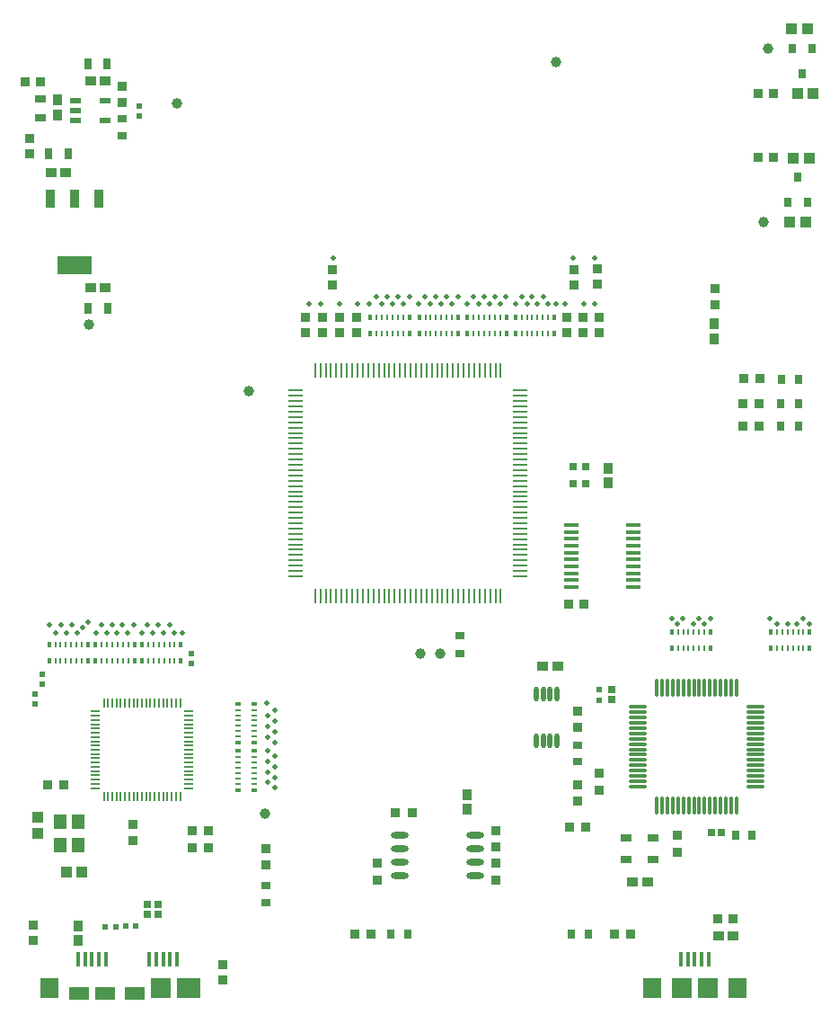
<source format=gtp>
G04*
G04 #@! TF.GenerationSoftware,Altium Limited,Altium Designer,20.1.7 (139)*
G04*
G04 Layer_Color=8421504*
%FSLAX25Y25*%
%MOIN*%
G70*
G04*
G04 #@! TF.SameCoordinates,F1024F09-50C5-4513-BE08-2A4FEE95A773*
G04*
G04*
G04 #@! TF.FilePolarity,Positive*
G04*
G01*
G75*
%ADD17R,0.03347X0.03543*%
%ADD18R,0.03150X0.03740*%
%ADD19C,0.01968*%
%ADD20R,0.01673X0.01968*%
%ADD21R,0.00984X0.01968*%
%ADD22R,0.03543X0.03740*%
%ADD23C,0.03937*%
%ADD24R,0.04724X0.05512*%
%ADD25R,0.03543X0.03150*%
%ADD26O,0.01772X0.05512*%
%ADD27R,0.03740X0.03543*%
%ADD28R,0.05807X0.01772*%
%ADD29R,0.01968X0.01673*%
%ADD30R,0.01968X0.00984*%
%ADD31R,0.02677X0.02677*%
%ADD32R,0.02677X0.02677*%
%ADD33R,0.02559X0.03740*%
%ADD34R,0.02284X0.02205*%
%ADD35R,0.04134X0.03937*%
%ADD36R,0.03937X0.04134*%
%ADD37O,0.00787X0.03740*%
%ADD38O,0.03740X0.00787*%
%ADD39O,0.06496X0.02362*%
%ADD40R,0.03740X0.03150*%
%ADD41R,0.03543X0.03347*%
%ADD42R,0.02165X0.02165*%
%ADD43R,0.02205X0.02284*%
%ADD44R,0.03740X0.04331*%
%ADD45O,0.00984X0.05512*%
%ADD46O,0.05512X0.00984*%
%ADD47R,0.01575X0.05315*%
%ADD48R,0.07087X0.07480*%
%ADD49R,0.07480X0.07480*%
%ADD50R,0.03937X0.02362*%
%ADD51R,0.03150X0.02756*%
%ADD52R,0.03937X0.03150*%
%ADD53R,0.04331X0.03740*%
%ADD54R,0.07480X0.04724*%
%ADD55R,0.09055X0.07480*%
%ADD56R,0.03740X0.03740*%
%ADD57O,0.07087X0.01181*%
%ADD58O,0.01181X0.07087*%
%ADD59R,0.03150X0.03543*%
%ADD60R,0.02953X0.03937*%
%ADD61R,0.12598X0.06890*%
%ADD62R,0.03543X0.06890*%
%ADD63R,0.03937X0.02953*%
D17*
X241252Y34595D02*
D03*
X247354D02*
D03*
X30972Y89784D02*
D03*
X37075D02*
D03*
X295236Y222921D02*
D03*
X289134D02*
D03*
X295236Y231102D02*
D03*
X289134D02*
D03*
X295449Y240354D02*
D03*
X289347D02*
D03*
X160213Y79362D02*
D03*
X166315D02*
D03*
X145027Y34595D02*
D03*
X151130D02*
D03*
X90878Y72638D02*
D03*
X84776D02*
D03*
X84787Y66445D02*
D03*
X90890D02*
D03*
D18*
X225370Y34595D02*
D03*
X231866D02*
D03*
X303118Y222862D02*
D03*
X309614D02*
D03*
X303118Y231102D02*
D03*
X309614D02*
D03*
X303331Y240248D02*
D03*
X309827D02*
D03*
X164827Y34595D02*
D03*
X158331D02*
D03*
D19*
X233933Y285083D02*
D03*
X219661Y268091D02*
D03*
X207035Y270776D02*
D03*
X210878D02*
D03*
X215142D02*
D03*
X189028D02*
D03*
X192965D02*
D03*
X197012D02*
D03*
X201213D02*
D03*
X171075D02*
D03*
X175012D02*
D03*
X179059D02*
D03*
X183260D02*
D03*
X153067D02*
D03*
X157004D02*
D03*
X161051D02*
D03*
X165252D02*
D03*
X216760Y268094D02*
D03*
X212803D02*
D03*
X208917D02*
D03*
X204594D02*
D03*
X198961D02*
D03*
X195000D02*
D03*
X190961D02*
D03*
X186594D02*
D03*
X181083D02*
D03*
X177122D02*
D03*
X173122D02*
D03*
X168720D02*
D03*
X162961D02*
D03*
X158961D02*
D03*
X155000D02*
D03*
X150571D02*
D03*
X223217D02*
D03*
X225917Y285083D02*
D03*
X234035Y268094D02*
D03*
X230039Y268079D02*
D03*
X145961Y268094D02*
D03*
X139449D02*
D03*
X136945Y285083D02*
D03*
X132405Y268094D02*
D03*
X128205D02*
D03*
X277020Y151311D02*
D03*
X274740Y149488D02*
D03*
X272799Y151311D02*
D03*
X270732Y149488D02*
D03*
X266850Y151311D02*
D03*
X264910Y149488D02*
D03*
X262673Y151311D02*
D03*
X313768Y149488D02*
D03*
X311535Y151311D02*
D03*
X309197Y149488D02*
D03*
X305685D02*
D03*
X301847D02*
D03*
X299051Y151311D02*
D03*
X48988Y146272D02*
D03*
X115362Y88784D02*
D03*
Y92524D02*
D03*
Y96622D02*
D03*
Y100543D02*
D03*
Y105366D02*
D03*
Y109358D02*
D03*
Y113571D02*
D03*
Y117453D02*
D03*
X112748Y90697D02*
D03*
Y94614D02*
D03*
Y98606D02*
D03*
Y102527D02*
D03*
Y107504D02*
D03*
Y111583D02*
D03*
Y115539D02*
D03*
X112437Y120153D02*
D03*
X31878Y149240D02*
D03*
X34051Y146272D02*
D03*
X36122Y149240D02*
D03*
X37972Y146272D02*
D03*
X39941Y149240D02*
D03*
X42016Y146071D02*
D03*
X43976Y148059D02*
D03*
X45980Y149969D02*
D03*
X51024Y149240D02*
D03*
X52979Y146272D02*
D03*
X54937Y149240D02*
D03*
X56897Y146272D02*
D03*
X58854Y149240D02*
D03*
X60791Y146272D02*
D03*
X63028Y149240D02*
D03*
X66144Y146272D02*
D03*
X68193Y149240D02*
D03*
X70205Y146272D02*
D03*
X72134Y149240D02*
D03*
X74138Y146272D02*
D03*
X76256Y149240D02*
D03*
X78035Y146272D02*
D03*
X81118D02*
D03*
D20*
X204659Y257201D02*
D03*
X219128D02*
D03*
Y263106D02*
D03*
X204659D02*
D03*
X186809Y257201D02*
D03*
X201278D02*
D03*
Y263106D02*
D03*
X186809D02*
D03*
X150782Y257201D02*
D03*
X165250D02*
D03*
Y263106D02*
D03*
X150782D02*
D03*
X168939Y257201D02*
D03*
X183407D02*
D03*
Y263106D02*
D03*
X168939D02*
D03*
X66087Y141844D02*
D03*
X80555D02*
D03*
Y135939D02*
D03*
X66087D02*
D03*
X48868Y135941D02*
D03*
X63337D02*
D03*
Y141847D02*
D03*
X48868D02*
D03*
X262636Y146453D02*
D03*
X277104D02*
D03*
Y140547D02*
D03*
X262636D02*
D03*
X31632Y135941D02*
D03*
X46100D02*
D03*
Y141847D02*
D03*
X31632D02*
D03*
X299408Y146382D02*
D03*
X313876D02*
D03*
Y140476D02*
D03*
X299408D02*
D03*
D21*
X206972Y257201D02*
D03*
X208941D02*
D03*
X210910D02*
D03*
X212878D02*
D03*
X214846D02*
D03*
X216815D02*
D03*
Y263106D02*
D03*
X214846D02*
D03*
X212878D02*
D03*
X210910D02*
D03*
X208941D02*
D03*
X206972D02*
D03*
X189122Y257201D02*
D03*
X191091D02*
D03*
X193059D02*
D03*
X195028D02*
D03*
X196996D02*
D03*
X198965D02*
D03*
Y263106D02*
D03*
X196996D02*
D03*
X195028D02*
D03*
X193059D02*
D03*
X191091D02*
D03*
X189122D02*
D03*
X153094Y257201D02*
D03*
X155063D02*
D03*
X157032D02*
D03*
X159000D02*
D03*
X160968D02*
D03*
X162937D02*
D03*
Y263106D02*
D03*
X160968D02*
D03*
X159000D02*
D03*
X157032D02*
D03*
X155063D02*
D03*
X153094D02*
D03*
X171252Y257201D02*
D03*
X173221D02*
D03*
X175189D02*
D03*
X177157D02*
D03*
X179126D02*
D03*
X181095D02*
D03*
Y263106D02*
D03*
X179126D02*
D03*
X177157D02*
D03*
X175189D02*
D03*
X173221D02*
D03*
X171252D02*
D03*
X68400Y141844D02*
D03*
X70368D02*
D03*
X72337D02*
D03*
X74305D02*
D03*
X76274D02*
D03*
X78242D02*
D03*
Y135939D02*
D03*
X76274D02*
D03*
X74305D02*
D03*
X72337D02*
D03*
X70368D02*
D03*
X68400D02*
D03*
X51181Y135941D02*
D03*
X53150D02*
D03*
X55118D02*
D03*
X57087D02*
D03*
X59055D02*
D03*
X61024D02*
D03*
Y141847D02*
D03*
X59055D02*
D03*
X57087D02*
D03*
X55118D02*
D03*
X53150D02*
D03*
X51181D02*
D03*
X264949Y146453D02*
D03*
X266917D02*
D03*
X268886D02*
D03*
X270854D02*
D03*
X272823D02*
D03*
X274791D02*
D03*
Y140547D02*
D03*
X272823D02*
D03*
X270854D02*
D03*
X268886D02*
D03*
X266917D02*
D03*
X264949D02*
D03*
X33945Y135941D02*
D03*
X35913D02*
D03*
X37882D02*
D03*
X39850D02*
D03*
X41819D02*
D03*
X43787D02*
D03*
Y141847D02*
D03*
X41819D02*
D03*
X39850D02*
D03*
X37882D02*
D03*
X35913D02*
D03*
X33945D02*
D03*
X301720Y146382D02*
D03*
X303689D02*
D03*
X305658D02*
D03*
X307626D02*
D03*
X309594D02*
D03*
X311563D02*
D03*
Y140476D02*
D03*
X309594D02*
D03*
X307626D02*
D03*
X305658D02*
D03*
X303689D02*
D03*
X301720D02*
D03*
D22*
X235047Y275319D02*
D03*
Y281028D02*
D03*
X229720Y257445D02*
D03*
Y263154D02*
D03*
X226465Y275075D02*
D03*
Y280784D02*
D03*
X139417Y257445D02*
D03*
Y263154D02*
D03*
X136858Y275043D02*
D03*
Y280752D02*
D03*
X223654Y263154D02*
D03*
Y257445D02*
D03*
X235795Y263154D02*
D03*
Y257445D02*
D03*
X145689Y263154D02*
D03*
Y257445D02*
D03*
X133055Y263154D02*
D03*
Y257445D02*
D03*
X126689Y263154D02*
D03*
Y257445D02*
D03*
X24382Y329488D02*
D03*
Y323780D02*
D03*
X96028Y17331D02*
D03*
Y23039D02*
D03*
X25902Y31969D02*
D03*
Y37677D02*
D03*
D23*
X176677Y138445D02*
D03*
X169528D02*
D03*
X105673Y235957D02*
D03*
X219614Y357732D02*
D03*
X79232Y342512D02*
D03*
X46331Y260358D02*
D03*
X296909Y298516D02*
D03*
X298559Y362791D02*
D03*
X111799Y78980D02*
D03*
D24*
X35587Y67362D02*
D03*
Y76024D02*
D03*
X42279D02*
D03*
Y67362D02*
D03*
D25*
X227787Y104601D02*
D03*
Y98302D02*
D03*
X58866Y330602D02*
D03*
Y336902D02*
D03*
D26*
X212449Y106238D02*
D03*
X215008D02*
D03*
X217567D02*
D03*
X220126D02*
D03*
X212449Y123561D02*
D03*
X215008D02*
D03*
X217567D02*
D03*
X220126D02*
D03*
D27*
X230177Y156697D02*
D03*
X224468D02*
D03*
X294870Y346110D02*
D03*
X300579D02*
D03*
X294874Y322362D02*
D03*
X300583D02*
D03*
X28409Y350472D02*
D03*
X22701D02*
D03*
X230622Y73965D02*
D03*
X224913D02*
D03*
X279866Y40185D02*
D03*
X285575D02*
D03*
D28*
X225390Y186138D02*
D03*
Y183579D02*
D03*
Y181020D02*
D03*
Y178461D02*
D03*
Y175902D02*
D03*
Y173343D02*
D03*
Y170783D02*
D03*
Y168224D02*
D03*
Y165665D02*
D03*
Y163106D02*
D03*
X248524D02*
D03*
Y165665D02*
D03*
Y168224D02*
D03*
Y170783D02*
D03*
Y173343D02*
D03*
Y175902D02*
D03*
Y178461D02*
D03*
Y181020D02*
D03*
Y183579D02*
D03*
Y186138D02*
D03*
D29*
X107602Y102380D02*
D03*
Y87911D02*
D03*
X101697D02*
D03*
Y102380D02*
D03*
Y119896D02*
D03*
Y105427D02*
D03*
X107602D02*
D03*
Y119896D02*
D03*
D30*
Y100067D02*
D03*
Y98098D02*
D03*
Y96130D02*
D03*
Y94161D02*
D03*
Y92193D02*
D03*
Y90224D02*
D03*
X101697D02*
D03*
Y92193D02*
D03*
Y94161D02*
D03*
Y96130D02*
D03*
Y98098D02*
D03*
Y100067D02*
D03*
Y117583D02*
D03*
Y115614D02*
D03*
Y113646D02*
D03*
Y111677D02*
D03*
Y109709D02*
D03*
Y107740D02*
D03*
X107602D02*
D03*
Y109709D02*
D03*
Y111677D02*
D03*
Y113646D02*
D03*
Y115614D02*
D03*
Y117583D02*
D03*
D31*
X240299Y121307D02*
D03*
Y125008D02*
D03*
X67953Y41681D02*
D03*
Y45382D02*
D03*
X72244D02*
D03*
Y41681D02*
D03*
D32*
X277362Y71988D02*
D03*
X281063D02*
D03*
D33*
X311047Y353457D02*
D03*
X307307Y362709D02*
D03*
X314787D02*
D03*
X305598Y305878D02*
D03*
X313079D02*
D03*
X309339Y315130D02*
D03*
D34*
X235858Y121209D02*
D03*
Y124988D02*
D03*
X65102Y337646D02*
D03*
Y341425D02*
D03*
D35*
X43874Y57339D02*
D03*
X37969D02*
D03*
X309335Y346142D02*
D03*
X315240D02*
D03*
X312945Y370000D02*
D03*
X307039D02*
D03*
X312315Y298362D02*
D03*
X306409D02*
D03*
X307693Y322152D02*
D03*
X313598D02*
D03*
D36*
X27411Y77636D02*
D03*
Y71730D02*
D03*
D37*
X51923Y120024D02*
D03*
X53498D02*
D03*
X55073D02*
D03*
X56648D02*
D03*
X58222D02*
D03*
X59797D02*
D03*
X61372D02*
D03*
X62947D02*
D03*
X64522D02*
D03*
X66096D02*
D03*
X67671D02*
D03*
X69246D02*
D03*
X70821D02*
D03*
X72396D02*
D03*
X73970D02*
D03*
X75545D02*
D03*
X77120D02*
D03*
X78695D02*
D03*
X80270D02*
D03*
Y85575D02*
D03*
X78695D02*
D03*
X77120D02*
D03*
X75545D02*
D03*
X73970D02*
D03*
X72396D02*
D03*
X70821D02*
D03*
X69246D02*
D03*
X67671D02*
D03*
X66096D02*
D03*
X64522D02*
D03*
X62947D02*
D03*
X61372D02*
D03*
X59797D02*
D03*
X58222D02*
D03*
X56648D02*
D03*
X55073D02*
D03*
X53498D02*
D03*
X51923D02*
D03*
D38*
X83321Y116972D02*
D03*
Y115398D02*
D03*
Y113823D02*
D03*
Y112248D02*
D03*
Y110673D02*
D03*
Y109098D02*
D03*
Y107524D02*
D03*
Y105949D02*
D03*
Y104374D02*
D03*
Y102799D02*
D03*
Y101224D02*
D03*
Y99650D02*
D03*
Y98075D02*
D03*
Y96500D02*
D03*
Y94925D02*
D03*
Y93350D02*
D03*
Y91776D02*
D03*
Y90201D02*
D03*
Y88626D02*
D03*
X48872D02*
D03*
Y90201D02*
D03*
Y91776D02*
D03*
Y93350D02*
D03*
Y94925D02*
D03*
Y96500D02*
D03*
Y98075D02*
D03*
Y99650D02*
D03*
Y101224D02*
D03*
Y102799D02*
D03*
Y104374D02*
D03*
Y105949D02*
D03*
Y107524D02*
D03*
Y109098D02*
D03*
Y110673D02*
D03*
Y112248D02*
D03*
Y113823D02*
D03*
Y115398D02*
D03*
Y116972D02*
D03*
D39*
X189850Y56177D02*
D03*
Y61177D02*
D03*
Y66177D02*
D03*
Y71177D02*
D03*
X161701Y56177D02*
D03*
Y61177D02*
D03*
Y66177D02*
D03*
Y71177D02*
D03*
D40*
X112232Y52535D02*
D03*
Y46039D02*
D03*
X183945Y144980D02*
D03*
Y138484D02*
D03*
D41*
X112134Y60051D02*
D03*
Y66154D02*
D03*
X278587Y273744D02*
D03*
Y267642D02*
D03*
X58803Y342748D02*
D03*
Y348850D02*
D03*
X197275Y54626D02*
D03*
Y60728D02*
D03*
X227835Y117240D02*
D03*
Y111138D02*
D03*
X235772Y94000D02*
D03*
Y87898D02*
D03*
X227837Y89858D02*
D03*
Y83756D02*
D03*
X264811Y71027D02*
D03*
Y64925D02*
D03*
X197563Y72768D02*
D03*
Y66665D02*
D03*
X153276Y54626D02*
D03*
Y60728D02*
D03*
D42*
X26508Y123319D02*
D03*
Y119776D02*
D03*
X29055Y130701D02*
D03*
Y127157D02*
D03*
X84492Y134937D02*
D03*
Y138480D02*
D03*
D43*
X56343Y37248D02*
D03*
X60126Y37315D02*
D03*
X63906D02*
D03*
X52563Y37248D02*
D03*
D44*
X278579Y260653D02*
D03*
Y255142D02*
D03*
X238957Y201687D02*
D03*
Y207199D02*
D03*
X186602Y86146D02*
D03*
Y80634D02*
D03*
X42268Y32032D02*
D03*
Y37543D02*
D03*
X34913Y343740D02*
D03*
Y338228D02*
D03*
D45*
X130327Y243311D02*
D03*
X132295D02*
D03*
X134264D02*
D03*
X136232D02*
D03*
X138201D02*
D03*
X140169D02*
D03*
X142138D02*
D03*
X144106D02*
D03*
X146075D02*
D03*
X148043D02*
D03*
X150012D02*
D03*
X151980D02*
D03*
X153949D02*
D03*
X155917D02*
D03*
X157886D02*
D03*
X159854D02*
D03*
X161823D02*
D03*
X163791D02*
D03*
X165760D02*
D03*
X167728D02*
D03*
X169697D02*
D03*
X171665D02*
D03*
X173634D02*
D03*
X175602D02*
D03*
X177571D02*
D03*
X179539D02*
D03*
X181508D02*
D03*
X183476D02*
D03*
X185445D02*
D03*
X187413D02*
D03*
X189382D02*
D03*
X191350D02*
D03*
X193319D02*
D03*
X195287D02*
D03*
X197256D02*
D03*
X199224D02*
D03*
Y159846D02*
D03*
X197256D02*
D03*
X195287D02*
D03*
X193319D02*
D03*
X191350D02*
D03*
X189382D02*
D03*
X187413D02*
D03*
X185445D02*
D03*
X183476D02*
D03*
X181508D02*
D03*
X179539D02*
D03*
X177571D02*
D03*
X175602D02*
D03*
X173634D02*
D03*
X171665D02*
D03*
X169697D02*
D03*
X167728D02*
D03*
X165760D02*
D03*
X163791D02*
D03*
X161823D02*
D03*
X159854D02*
D03*
X157886D02*
D03*
X155917D02*
D03*
X153949D02*
D03*
X151980D02*
D03*
X150012D02*
D03*
X148043D02*
D03*
X146075D02*
D03*
X144106D02*
D03*
X142138D02*
D03*
X140169D02*
D03*
X138201D02*
D03*
X136232D02*
D03*
X134264D02*
D03*
X132295D02*
D03*
X130327D02*
D03*
D46*
X206508Y236028D02*
D03*
Y234059D02*
D03*
Y232091D02*
D03*
Y230122D02*
D03*
Y228154D02*
D03*
Y226185D02*
D03*
Y224217D02*
D03*
Y222248D02*
D03*
Y220280D02*
D03*
Y218311D02*
D03*
Y216343D02*
D03*
Y214374D02*
D03*
Y212406D02*
D03*
Y210437D02*
D03*
Y208469D02*
D03*
Y206500D02*
D03*
Y204531D02*
D03*
Y202563D02*
D03*
Y200594D02*
D03*
Y198626D02*
D03*
Y196657D02*
D03*
Y194689D02*
D03*
Y192720D02*
D03*
Y190752D02*
D03*
Y188783D02*
D03*
Y186815D02*
D03*
Y184846D02*
D03*
Y182878D02*
D03*
Y180909D02*
D03*
Y178941D02*
D03*
Y176972D02*
D03*
Y175004D02*
D03*
Y173035D02*
D03*
Y171067D02*
D03*
Y169098D02*
D03*
Y167130D02*
D03*
X123043D02*
D03*
Y169098D02*
D03*
Y171067D02*
D03*
Y173035D02*
D03*
Y175004D02*
D03*
Y176972D02*
D03*
Y178941D02*
D03*
Y180909D02*
D03*
Y182878D02*
D03*
Y184846D02*
D03*
Y186815D02*
D03*
Y188783D02*
D03*
Y190752D02*
D03*
Y192720D02*
D03*
Y194689D02*
D03*
Y196657D02*
D03*
Y198626D02*
D03*
Y200594D02*
D03*
Y202563D02*
D03*
Y204531D02*
D03*
Y206500D02*
D03*
Y208469D02*
D03*
Y210437D02*
D03*
Y212406D02*
D03*
Y214374D02*
D03*
Y216343D02*
D03*
Y218311D02*
D03*
Y220280D02*
D03*
Y222248D02*
D03*
Y224217D02*
D03*
Y226185D02*
D03*
Y228154D02*
D03*
Y230122D02*
D03*
Y232091D02*
D03*
Y234059D02*
D03*
Y236028D02*
D03*
D47*
X273772Y25028D02*
D03*
X271213D02*
D03*
X268654D02*
D03*
X276331D02*
D03*
X266094D02*
D03*
X73941Y25037D02*
D03*
X42445D02*
D03*
X52681D02*
D03*
X45004D02*
D03*
X50122D02*
D03*
X76500D02*
D03*
X79059D02*
D03*
X47563D02*
D03*
X71382D02*
D03*
X68823D02*
D03*
D48*
X286961Y14496D02*
D03*
X255465D02*
D03*
X31815Y14506D02*
D03*
D49*
X275937Y14496D02*
D03*
X266488D02*
D03*
X73153Y14506D02*
D03*
D50*
X41508Y343583D02*
D03*
Y339843D02*
D03*
Y336102D02*
D03*
X52335D02*
D03*
Y343583D02*
D03*
D51*
X225957Y201396D02*
D03*
Y207892D02*
D03*
X230878Y201396D02*
D03*
Y207892D02*
D03*
D52*
X245650Y62000D02*
D03*
X255886D02*
D03*
Y70268D02*
D03*
X245650D02*
D03*
D53*
X285476Y33882D02*
D03*
X279965D02*
D03*
X214841Y133915D02*
D03*
X220352D02*
D03*
X248220Y53819D02*
D03*
X253732D02*
D03*
X46941Y350728D02*
D03*
X52453D02*
D03*
X32352Y316764D02*
D03*
X37863D02*
D03*
X46987Y274116D02*
D03*
X52499D02*
D03*
D54*
X42839Y12538D02*
D03*
X52287D02*
D03*
X63311D02*
D03*
D55*
X83390Y14506D02*
D03*
D56*
X62665Y75008D02*
D03*
Y69102D02*
D03*
D57*
X250063Y89157D02*
D03*
Y91126D02*
D03*
Y93094D02*
D03*
Y95063D02*
D03*
Y97032D02*
D03*
Y99000D02*
D03*
Y100969D02*
D03*
Y102937D02*
D03*
Y104906D02*
D03*
Y106874D02*
D03*
Y108843D02*
D03*
Y110811D02*
D03*
Y112780D02*
D03*
Y114748D02*
D03*
Y116717D02*
D03*
Y118685D02*
D03*
X293764D02*
D03*
Y116717D02*
D03*
Y114748D02*
D03*
Y112780D02*
D03*
Y110811D02*
D03*
Y108843D02*
D03*
Y106874D02*
D03*
Y104906D02*
D03*
Y102937D02*
D03*
Y100969D02*
D03*
Y99000D02*
D03*
Y97032D02*
D03*
Y95063D02*
D03*
Y93094D02*
D03*
Y91126D02*
D03*
Y89157D02*
D03*
D58*
X257150Y125772D02*
D03*
X259118D02*
D03*
X261087D02*
D03*
X263055D02*
D03*
X265024D02*
D03*
X266992D02*
D03*
X268961D02*
D03*
X270929D02*
D03*
X272898D02*
D03*
X274866D02*
D03*
X276835D02*
D03*
X278803D02*
D03*
X280772D02*
D03*
X282740D02*
D03*
X284709D02*
D03*
X286677D02*
D03*
Y82071D02*
D03*
X284709D02*
D03*
X282740D02*
D03*
X280772D02*
D03*
X278803D02*
D03*
X276835D02*
D03*
X274866D02*
D03*
X272898D02*
D03*
X270929D02*
D03*
X268961D02*
D03*
X266992D02*
D03*
X265024D02*
D03*
X263055D02*
D03*
X261087D02*
D03*
X259118D02*
D03*
X257150D02*
D03*
D59*
X286268Y71232D02*
D03*
X292567D02*
D03*
D60*
X46008Y357228D02*
D03*
X53094D02*
D03*
X38651Y323764D02*
D03*
X31564D02*
D03*
X53329Y266616D02*
D03*
X46243D02*
D03*
D61*
X41107Y282610D02*
D03*
D62*
X32052Y307217D02*
D03*
X41107D02*
D03*
X50163D02*
D03*
D63*
X28417Y337201D02*
D03*
Y344287D02*
D03*
M02*

</source>
